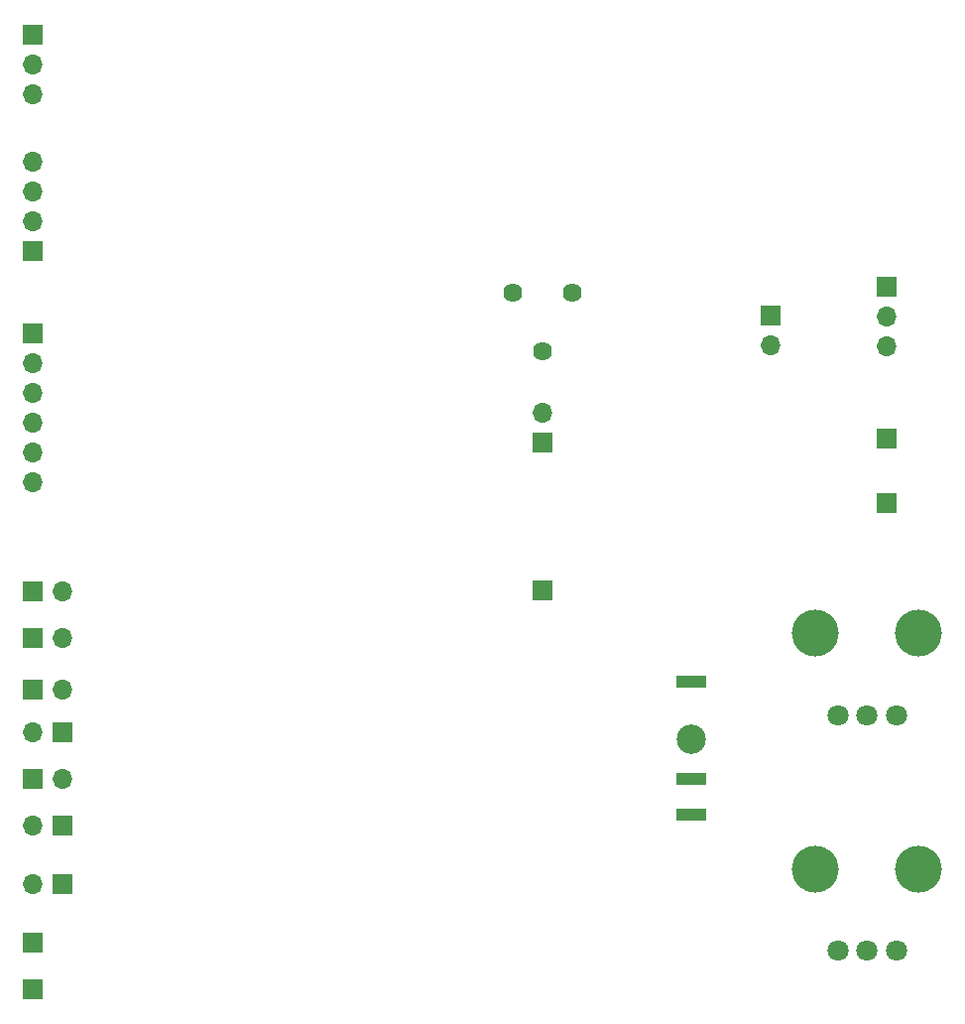
<source format=gbr>
%TF.GenerationSoftware,KiCad,Pcbnew,(6.0.8)*%
%TF.CreationDate,2022-10-24T12:17:12+01:00*%
%TF.ProjectId,VCO_Test,56434f5f-5465-4737-942e-6b696361645f,rev?*%
%TF.SameCoordinates,Original*%
%TF.FileFunction,Soldermask,Bot*%
%TF.FilePolarity,Negative*%
%FSLAX46Y46*%
G04 Gerber Fmt 4.6, Leading zero omitted, Abs format (unit mm)*
G04 Created by KiCad (PCBNEW (6.0.8)) date 2022-10-24 12:17:12*
%MOMM*%
%LPD*%
G01*
G04 APERTURE LIST*
%ADD10O,1.700000X1.700000*%
%ADD11R,1.700000X1.700000*%
%ADD12C,4.000000*%
%ADD13C,1.800000*%
%ADD14C,1.620000*%
%ADD15C,2.500000*%
%ADD16R,2.500000X1.000000*%
G04 APERTURE END LIST*
D10*
%TO.C,J3*%
X106300000Y-84935000D03*
D11*
X106300000Y-87475000D03*
%TD*%
%TO.C,J1*%
X62800000Y-78200000D03*
D10*
X62800000Y-80740000D03*
X62800000Y-83280000D03*
X62800000Y-85820000D03*
X62800000Y-88360000D03*
X62800000Y-90900000D03*
%TD*%
D11*
%TO.C,J11*%
X135700000Y-87200000D03*
%TD*%
%TO.C,J10*%
X135700000Y-92700000D03*
%TD*%
%TO.C,J9*%
X106300000Y-100100000D03*
%TD*%
%TO.C,J8*%
X62800000Y-71200000D03*
D10*
X62800000Y-68660000D03*
X62800000Y-66120000D03*
X62800000Y-63580000D03*
%TD*%
D11*
%TO.C,J7*%
X62800000Y-52700000D03*
D10*
X62800000Y-55240000D03*
X62800000Y-57780000D03*
%TD*%
D11*
%TO.C,JP2*%
X135700000Y-74200000D03*
D10*
X135700000Y-76740000D03*
X135700000Y-79280000D03*
%TD*%
D12*
%TO.C,RV2*%
X129600000Y-103800000D03*
X138400000Y-103800000D03*
D13*
X136500000Y-110800000D03*
X134000000Y-110800000D03*
X131500000Y-110800000D03*
%TD*%
D10*
%TO.C,JP7*%
X62800000Y-120200000D03*
D11*
X65340000Y-120200000D03*
%TD*%
%TO.C,J6*%
X62800000Y-134200000D03*
%TD*%
%TO.C,J5*%
X62800000Y-130200000D03*
%TD*%
D10*
%TO.C,JP5*%
X62800000Y-112200000D03*
D11*
X65340000Y-112200000D03*
%TD*%
%TO.C,JP3*%
X62800000Y-100200000D03*
D10*
X65340000Y-100200000D03*
%TD*%
D11*
%TO.C,JP6*%
X62800000Y-108600000D03*
D10*
X65340000Y-108600000D03*
%TD*%
D14*
%TO.C,R2*%
X103800000Y-74700000D03*
X106300000Y-79700000D03*
X108800000Y-74700000D03*
%TD*%
D11*
%TO.C,JP4*%
X62800000Y-104200000D03*
D10*
X65340000Y-104200000D03*
%TD*%
%TO.C,JP9*%
X62800000Y-125200000D03*
D11*
X65340000Y-125200000D03*
%TD*%
%TO.C,JP8*%
X62800000Y-116200000D03*
D10*
X65340000Y-116200000D03*
%TD*%
D12*
%TO.C,RV1*%
X138400000Y-123900000D03*
X129600000Y-123900000D03*
D13*
X136500000Y-130900000D03*
X134000000Y-130900000D03*
X131500000Y-130900000D03*
%TD*%
D15*
%TO.C,J2*%
X119000000Y-112800000D03*
D16*
X119000000Y-119280000D03*
X119000000Y-116180000D03*
X119000000Y-107880000D03*
%TD*%
D11*
%TO.C,JP1*%
X125800000Y-76700000D03*
D10*
X125800000Y-79240000D03*
%TD*%
M02*

</source>
